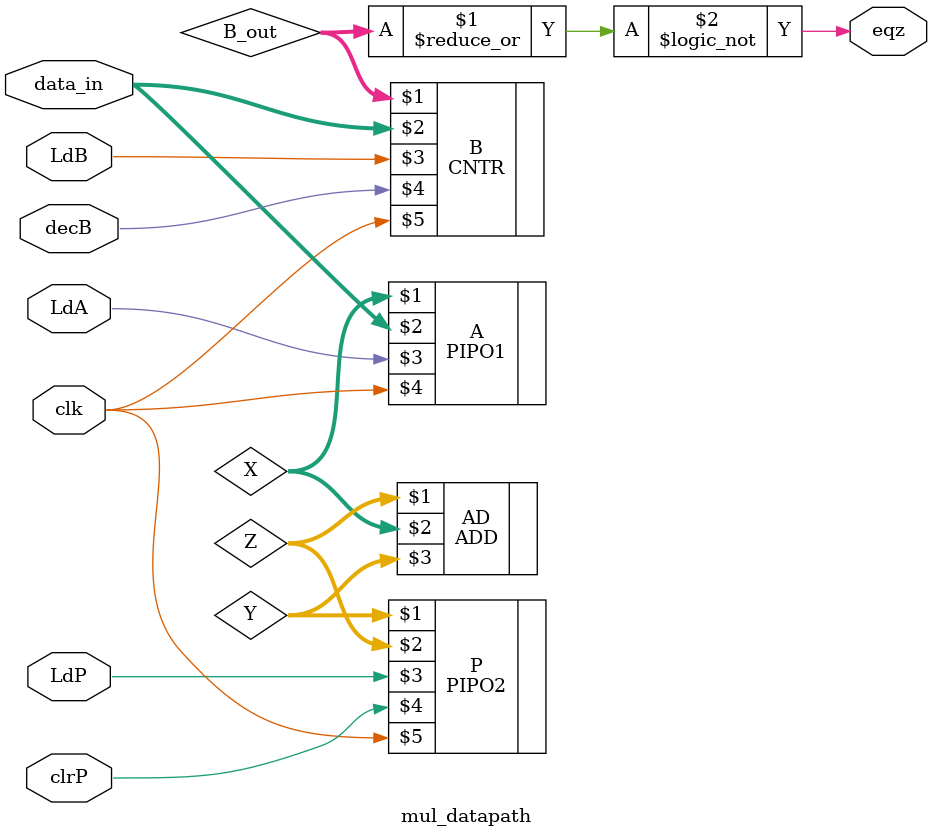
<source format=v>

module mul_datapath(LdA,LdB,LdP,clrP,decB,eqz,data_in,clk);
	input LdA,LdB,LdP,clrP,decB,clk;
	input [15:0] data_in;
	output eqz;

	wire [15:0] X,Y,Z,B_out,Bus;

	PIPO1 A (X,data_in,LdA,clk);
	PIPO2 P (Y,Z,LdP,clrP,clk);
	CNTR B (B_out,data_in,LdB,decB,clk);
	ADD AD (Z,X,Y);
	
	assign eqz = ~|B_out;
	
endmodule

</source>
